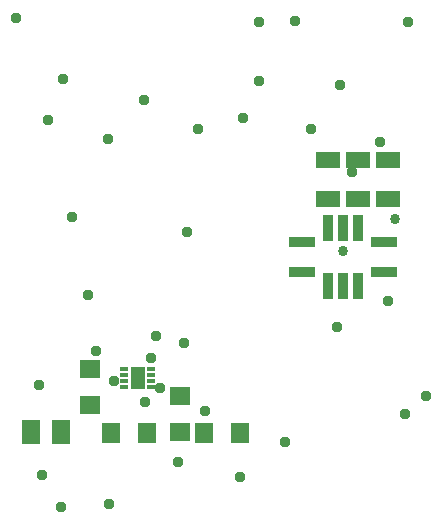
<source format=gbr>
G04 EAGLE Gerber RS-274X export*
G75*
%MOMM*%
%FSLAX34Y34*%
%LPD*%
%INSoldermask Bottom*%
%IPPOS*%
%AMOC8*
5,1,8,0,0,1.08239X$1,22.5*%
G01*
%ADD10R,1.203200X1.903200*%
%ADD11R,0.803200X0.453200*%
%ADD12R,1.603200X2.003200*%
%ADD13R,1.803200X1.503200*%
%ADD14R,1.503200X1.803200*%
%ADD15R,2.108200X1.473200*%
%ADD16R,2.203200X0.903200*%
%ADD17R,0.903200X2.203200*%
%ADD18C,0.959600*%
%ADD19C,0.863600*%


D10*
X109220Y127000D03*
D11*
X120720Y134500D03*
X120720Y129500D03*
X120720Y124500D03*
X120720Y119500D03*
X97720Y119500D03*
X97720Y124500D03*
X97720Y129500D03*
X97720Y134500D03*
D12*
X19050Y81280D03*
X44450Y81280D03*
D13*
X68580Y104140D03*
X68580Y134620D03*
D14*
X86360Y80010D03*
X116840Y80010D03*
D13*
X144780Y81280D03*
X144780Y111760D03*
D14*
X165100Y80010D03*
X195580Y80010D03*
D15*
X270256Y311404D03*
X270256Y278384D03*
X295656Y311404D03*
X295656Y278384D03*
X321056Y311404D03*
X321056Y278384D03*
D16*
X317456Y216916D03*
D17*
X295656Y205116D03*
X282956Y205116D03*
X270256Y205116D03*
X270256Y254116D03*
X282956Y254116D03*
X295656Y254116D03*
D16*
X317456Y242316D03*
X248456Y216916D03*
X248456Y242316D03*
D18*
X233680Y72390D03*
X33020Y345440D03*
X6350Y431800D03*
X314198Y326390D03*
X143510Y55880D03*
X151130Y250190D03*
X160020Y337820D03*
X114300Y361950D03*
X198120Y346710D03*
X53340Y262890D03*
X67310Y196850D03*
X25400Y120650D03*
X85090Y20320D03*
X44450Y17780D03*
X27940Y44450D03*
X321310Y191770D03*
X278130Y170180D03*
X290830Y300990D03*
X353060Y111760D03*
X84455Y329565D03*
X45720Y379730D03*
X335280Y96520D03*
X337820Y427990D03*
X280670Y374650D03*
X128270Y118110D03*
X73660Y149860D03*
X124460Y162560D03*
X212090Y427990D03*
X120650Y143510D03*
X115570Y106680D03*
X148590Y156210D03*
X212090Y378460D03*
X88900Y124460D03*
X166370Y99060D03*
X256286Y337566D03*
D19*
X327406Y261366D03*
D18*
X242570Y429260D03*
D19*
X282956Y234696D03*
D18*
X195580Y43180D03*
M02*

</source>
